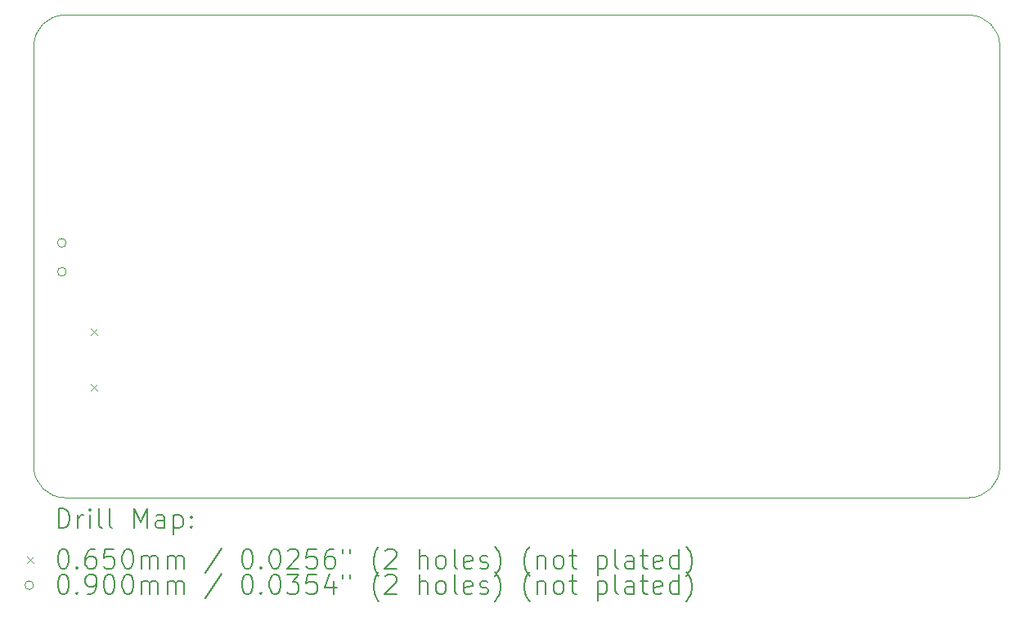
<source format=gbr>
%TF.GenerationSoftware,KiCad,Pcbnew,8.0.6*%
%TF.CreationDate,2026-01-15T10:53:32-08:00*%
%TF.ProjectId,USBPD_Board,55534250-445f-4426-9f61-72642e6b6963,A*%
%TF.SameCoordinates,Original*%
%TF.FileFunction,Drillmap*%
%TF.FilePolarity,Positive*%
%FSLAX45Y45*%
G04 Gerber Fmt 4.5, Leading zero omitted, Abs format (unit mm)*
G04 Created by KiCad (PCBNEW 8.0.6) date 2026-01-15 10:53:32*
%MOMM*%
%LPD*%
G01*
G04 APERTURE LIST*
%ADD10C,0.050000*%
%ADD11C,0.200000*%
%ADD12C,0.100000*%
G04 APERTURE END LIST*
D10*
X20000000Y-7320000D02*
X20000000Y-11680000D01*
X10000000Y-7320000D02*
X10000000Y-11680000D01*
X19680000Y-7000000D02*
X10320000Y-7000000D01*
X19680000Y-7000000D02*
G75*
G02*
X20000000Y-7320000I-10J-320010D01*
G01*
X20000000Y-11680000D02*
G75*
G02*
X19680000Y-12000000I-320000J0D01*
G01*
X10000000Y-7320000D02*
G75*
G02*
X10320000Y-7000000I320000J0D01*
G01*
X10320000Y-12000000D02*
G75*
G02*
X10000000Y-11680000I0J320000D01*
G01*
X10320000Y-12000000D02*
X19680000Y-12000000D01*
D11*
D12*
X10592500Y-10249500D02*
X10657500Y-10314500D01*
X10657500Y-10249500D02*
X10592500Y-10314500D01*
X10592500Y-10827500D02*
X10657500Y-10892500D01*
X10657500Y-10827500D02*
X10592500Y-10892500D01*
X10335000Y-9360000D02*
G75*
G02*
X10245000Y-9360000I-45000J0D01*
G01*
X10245000Y-9360000D02*
G75*
G02*
X10335000Y-9360000I45000J0D01*
G01*
X10335000Y-9660000D02*
G75*
G02*
X10245000Y-9660000I-45000J0D01*
G01*
X10245000Y-9660000D02*
G75*
G02*
X10335000Y-9660000I45000J0D01*
G01*
D11*
X10258277Y-12313984D02*
X10258277Y-12113984D01*
X10258277Y-12113984D02*
X10305896Y-12113984D01*
X10305896Y-12113984D02*
X10334467Y-12123508D01*
X10334467Y-12123508D02*
X10353515Y-12142555D01*
X10353515Y-12142555D02*
X10363039Y-12161603D01*
X10363039Y-12161603D02*
X10372563Y-12199698D01*
X10372563Y-12199698D02*
X10372563Y-12228269D01*
X10372563Y-12228269D02*
X10363039Y-12266365D01*
X10363039Y-12266365D02*
X10353515Y-12285412D01*
X10353515Y-12285412D02*
X10334467Y-12304460D01*
X10334467Y-12304460D02*
X10305896Y-12313984D01*
X10305896Y-12313984D02*
X10258277Y-12313984D01*
X10458277Y-12313984D02*
X10458277Y-12180650D01*
X10458277Y-12218746D02*
X10467801Y-12199698D01*
X10467801Y-12199698D02*
X10477324Y-12190174D01*
X10477324Y-12190174D02*
X10496372Y-12180650D01*
X10496372Y-12180650D02*
X10515420Y-12180650D01*
X10582086Y-12313984D02*
X10582086Y-12180650D01*
X10582086Y-12113984D02*
X10572563Y-12123508D01*
X10572563Y-12123508D02*
X10582086Y-12133031D01*
X10582086Y-12133031D02*
X10591610Y-12123508D01*
X10591610Y-12123508D02*
X10582086Y-12113984D01*
X10582086Y-12113984D02*
X10582086Y-12133031D01*
X10705896Y-12313984D02*
X10686848Y-12304460D01*
X10686848Y-12304460D02*
X10677324Y-12285412D01*
X10677324Y-12285412D02*
X10677324Y-12113984D01*
X10810658Y-12313984D02*
X10791610Y-12304460D01*
X10791610Y-12304460D02*
X10782086Y-12285412D01*
X10782086Y-12285412D02*
X10782086Y-12113984D01*
X11039229Y-12313984D02*
X11039229Y-12113984D01*
X11039229Y-12113984D02*
X11105896Y-12256841D01*
X11105896Y-12256841D02*
X11172563Y-12113984D01*
X11172563Y-12113984D02*
X11172563Y-12313984D01*
X11353515Y-12313984D02*
X11353515Y-12209222D01*
X11353515Y-12209222D02*
X11343991Y-12190174D01*
X11343991Y-12190174D02*
X11324943Y-12180650D01*
X11324943Y-12180650D02*
X11286848Y-12180650D01*
X11286848Y-12180650D02*
X11267801Y-12190174D01*
X11353515Y-12304460D02*
X11334467Y-12313984D01*
X11334467Y-12313984D02*
X11286848Y-12313984D01*
X11286848Y-12313984D02*
X11267801Y-12304460D01*
X11267801Y-12304460D02*
X11258277Y-12285412D01*
X11258277Y-12285412D02*
X11258277Y-12266365D01*
X11258277Y-12266365D02*
X11267801Y-12247317D01*
X11267801Y-12247317D02*
X11286848Y-12237793D01*
X11286848Y-12237793D02*
X11334467Y-12237793D01*
X11334467Y-12237793D02*
X11353515Y-12228269D01*
X11448753Y-12180650D02*
X11448753Y-12380650D01*
X11448753Y-12190174D02*
X11467801Y-12180650D01*
X11467801Y-12180650D02*
X11505896Y-12180650D01*
X11505896Y-12180650D02*
X11524943Y-12190174D01*
X11524943Y-12190174D02*
X11534467Y-12199698D01*
X11534467Y-12199698D02*
X11543991Y-12218746D01*
X11543991Y-12218746D02*
X11543991Y-12275888D01*
X11543991Y-12275888D02*
X11534467Y-12294936D01*
X11534467Y-12294936D02*
X11524943Y-12304460D01*
X11524943Y-12304460D02*
X11505896Y-12313984D01*
X11505896Y-12313984D02*
X11467801Y-12313984D01*
X11467801Y-12313984D02*
X11448753Y-12304460D01*
X11629705Y-12294936D02*
X11639229Y-12304460D01*
X11639229Y-12304460D02*
X11629705Y-12313984D01*
X11629705Y-12313984D02*
X11620182Y-12304460D01*
X11620182Y-12304460D02*
X11629705Y-12294936D01*
X11629705Y-12294936D02*
X11629705Y-12313984D01*
X11629705Y-12190174D02*
X11639229Y-12199698D01*
X11639229Y-12199698D02*
X11629705Y-12209222D01*
X11629705Y-12209222D02*
X11620182Y-12199698D01*
X11620182Y-12199698D02*
X11629705Y-12190174D01*
X11629705Y-12190174D02*
X11629705Y-12209222D01*
D12*
X9932500Y-12610000D02*
X9997500Y-12675000D01*
X9997500Y-12610000D02*
X9932500Y-12675000D01*
D11*
X10296372Y-12533984D02*
X10315420Y-12533984D01*
X10315420Y-12533984D02*
X10334467Y-12543508D01*
X10334467Y-12543508D02*
X10343991Y-12553031D01*
X10343991Y-12553031D02*
X10353515Y-12572079D01*
X10353515Y-12572079D02*
X10363039Y-12610174D01*
X10363039Y-12610174D02*
X10363039Y-12657793D01*
X10363039Y-12657793D02*
X10353515Y-12695888D01*
X10353515Y-12695888D02*
X10343991Y-12714936D01*
X10343991Y-12714936D02*
X10334467Y-12724460D01*
X10334467Y-12724460D02*
X10315420Y-12733984D01*
X10315420Y-12733984D02*
X10296372Y-12733984D01*
X10296372Y-12733984D02*
X10277324Y-12724460D01*
X10277324Y-12724460D02*
X10267801Y-12714936D01*
X10267801Y-12714936D02*
X10258277Y-12695888D01*
X10258277Y-12695888D02*
X10248753Y-12657793D01*
X10248753Y-12657793D02*
X10248753Y-12610174D01*
X10248753Y-12610174D02*
X10258277Y-12572079D01*
X10258277Y-12572079D02*
X10267801Y-12553031D01*
X10267801Y-12553031D02*
X10277324Y-12543508D01*
X10277324Y-12543508D02*
X10296372Y-12533984D01*
X10448753Y-12714936D02*
X10458277Y-12724460D01*
X10458277Y-12724460D02*
X10448753Y-12733984D01*
X10448753Y-12733984D02*
X10439229Y-12724460D01*
X10439229Y-12724460D02*
X10448753Y-12714936D01*
X10448753Y-12714936D02*
X10448753Y-12733984D01*
X10629705Y-12533984D02*
X10591610Y-12533984D01*
X10591610Y-12533984D02*
X10572563Y-12543508D01*
X10572563Y-12543508D02*
X10563039Y-12553031D01*
X10563039Y-12553031D02*
X10543991Y-12581603D01*
X10543991Y-12581603D02*
X10534467Y-12619698D01*
X10534467Y-12619698D02*
X10534467Y-12695888D01*
X10534467Y-12695888D02*
X10543991Y-12714936D01*
X10543991Y-12714936D02*
X10553515Y-12724460D01*
X10553515Y-12724460D02*
X10572563Y-12733984D01*
X10572563Y-12733984D02*
X10610658Y-12733984D01*
X10610658Y-12733984D02*
X10629705Y-12724460D01*
X10629705Y-12724460D02*
X10639229Y-12714936D01*
X10639229Y-12714936D02*
X10648753Y-12695888D01*
X10648753Y-12695888D02*
X10648753Y-12648269D01*
X10648753Y-12648269D02*
X10639229Y-12629222D01*
X10639229Y-12629222D02*
X10629705Y-12619698D01*
X10629705Y-12619698D02*
X10610658Y-12610174D01*
X10610658Y-12610174D02*
X10572563Y-12610174D01*
X10572563Y-12610174D02*
X10553515Y-12619698D01*
X10553515Y-12619698D02*
X10543991Y-12629222D01*
X10543991Y-12629222D02*
X10534467Y-12648269D01*
X10829705Y-12533984D02*
X10734467Y-12533984D01*
X10734467Y-12533984D02*
X10724944Y-12629222D01*
X10724944Y-12629222D02*
X10734467Y-12619698D01*
X10734467Y-12619698D02*
X10753515Y-12610174D01*
X10753515Y-12610174D02*
X10801134Y-12610174D01*
X10801134Y-12610174D02*
X10820182Y-12619698D01*
X10820182Y-12619698D02*
X10829705Y-12629222D01*
X10829705Y-12629222D02*
X10839229Y-12648269D01*
X10839229Y-12648269D02*
X10839229Y-12695888D01*
X10839229Y-12695888D02*
X10829705Y-12714936D01*
X10829705Y-12714936D02*
X10820182Y-12724460D01*
X10820182Y-12724460D02*
X10801134Y-12733984D01*
X10801134Y-12733984D02*
X10753515Y-12733984D01*
X10753515Y-12733984D02*
X10734467Y-12724460D01*
X10734467Y-12724460D02*
X10724944Y-12714936D01*
X10963039Y-12533984D02*
X10982086Y-12533984D01*
X10982086Y-12533984D02*
X11001134Y-12543508D01*
X11001134Y-12543508D02*
X11010658Y-12553031D01*
X11010658Y-12553031D02*
X11020182Y-12572079D01*
X11020182Y-12572079D02*
X11029705Y-12610174D01*
X11029705Y-12610174D02*
X11029705Y-12657793D01*
X11029705Y-12657793D02*
X11020182Y-12695888D01*
X11020182Y-12695888D02*
X11010658Y-12714936D01*
X11010658Y-12714936D02*
X11001134Y-12724460D01*
X11001134Y-12724460D02*
X10982086Y-12733984D01*
X10982086Y-12733984D02*
X10963039Y-12733984D01*
X10963039Y-12733984D02*
X10943991Y-12724460D01*
X10943991Y-12724460D02*
X10934467Y-12714936D01*
X10934467Y-12714936D02*
X10924944Y-12695888D01*
X10924944Y-12695888D02*
X10915420Y-12657793D01*
X10915420Y-12657793D02*
X10915420Y-12610174D01*
X10915420Y-12610174D02*
X10924944Y-12572079D01*
X10924944Y-12572079D02*
X10934467Y-12553031D01*
X10934467Y-12553031D02*
X10943991Y-12543508D01*
X10943991Y-12543508D02*
X10963039Y-12533984D01*
X11115420Y-12733984D02*
X11115420Y-12600650D01*
X11115420Y-12619698D02*
X11124944Y-12610174D01*
X11124944Y-12610174D02*
X11143991Y-12600650D01*
X11143991Y-12600650D02*
X11172563Y-12600650D01*
X11172563Y-12600650D02*
X11191610Y-12610174D01*
X11191610Y-12610174D02*
X11201134Y-12629222D01*
X11201134Y-12629222D02*
X11201134Y-12733984D01*
X11201134Y-12629222D02*
X11210658Y-12610174D01*
X11210658Y-12610174D02*
X11229705Y-12600650D01*
X11229705Y-12600650D02*
X11258277Y-12600650D01*
X11258277Y-12600650D02*
X11277324Y-12610174D01*
X11277324Y-12610174D02*
X11286848Y-12629222D01*
X11286848Y-12629222D02*
X11286848Y-12733984D01*
X11382086Y-12733984D02*
X11382086Y-12600650D01*
X11382086Y-12619698D02*
X11391610Y-12610174D01*
X11391610Y-12610174D02*
X11410658Y-12600650D01*
X11410658Y-12600650D02*
X11439229Y-12600650D01*
X11439229Y-12600650D02*
X11458277Y-12610174D01*
X11458277Y-12610174D02*
X11467801Y-12629222D01*
X11467801Y-12629222D02*
X11467801Y-12733984D01*
X11467801Y-12629222D02*
X11477324Y-12610174D01*
X11477324Y-12610174D02*
X11496372Y-12600650D01*
X11496372Y-12600650D02*
X11524943Y-12600650D01*
X11524943Y-12600650D02*
X11543991Y-12610174D01*
X11543991Y-12610174D02*
X11553515Y-12629222D01*
X11553515Y-12629222D02*
X11553515Y-12733984D01*
X11943991Y-12524460D02*
X11772563Y-12781603D01*
X12201134Y-12533984D02*
X12220182Y-12533984D01*
X12220182Y-12533984D02*
X12239229Y-12543508D01*
X12239229Y-12543508D02*
X12248753Y-12553031D01*
X12248753Y-12553031D02*
X12258277Y-12572079D01*
X12258277Y-12572079D02*
X12267801Y-12610174D01*
X12267801Y-12610174D02*
X12267801Y-12657793D01*
X12267801Y-12657793D02*
X12258277Y-12695888D01*
X12258277Y-12695888D02*
X12248753Y-12714936D01*
X12248753Y-12714936D02*
X12239229Y-12724460D01*
X12239229Y-12724460D02*
X12220182Y-12733984D01*
X12220182Y-12733984D02*
X12201134Y-12733984D01*
X12201134Y-12733984D02*
X12182086Y-12724460D01*
X12182086Y-12724460D02*
X12172563Y-12714936D01*
X12172563Y-12714936D02*
X12163039Y-12695888D01*
X12163039Y-12695888D02*
X12153515Y-12657793D01*
X12153515Y-12657793D02*
X12153515Y-12610174D01*
X12153515Y-12610174D02*
X12163039Y-12572079D01*
X12163039Y-12572079D02*
X12172563Y-12553031D01*
X12172563Y-12553031D02*
X12182086Y-12543508D01*
X12182086Y-12543508D02*
X12201134Y-12533984D01*
X12353515Y-12714936D02*
X12363039Y-12724460D01*
X12363039Y-12724460D02*
X12353515Y-12733984D01*
X12353515Y-12733984D02*
X12343991Y-12724460D01*
X12343991Y-12724460D02*
X12353515Y-12714936D01*
X12353515Y-12714936D02*
X12353515Y-12733984D01*
X12486848Y-12533984D02*
X12505896Y-12533984D01*
X12505896Y-12533984D02*
X12524944Y-12543508D01*
X12524944Y-12543508D02*
X12534467Y-12553031D01*
X12534467Y-12553031D02*
X12543991Y-12572079D01*
X12543991Y-12572079D02*
X12553515Y-12610174D01*
X12553515Y-12610174D02*
X12553515Y-12657793D01*
X12553515Y-12657793D02*
X12543991Y-12695888D01*
X12543991Y-12695888D02*
X12534467Y-12714936D01*
X12534467Y-12714936D02*
X12524944Y-12724460D01*
X12524944Y-12724460D02*
X12505896Y-12733984D01*
X12505896Y-12733984D02*
X12486848Y-12733984D01*
X12486848Y-12733984D02*
X12467801Y-12724460D01*
X12467801Y-12724460D02*
X12458277Y-12714936D01*
X12458277Y-12714936D02*
X12448753Y-12695888D01*
X12448753Y-12695888D02*
X12439229Y-12657793D01*
X12439229Y-12657793D02*
X12439229Y-12610174D01*
X12439229Y-12610174D02*
X12448753Y-12572079D01*
X12448753Y-12572079D02*
X12458277Y-12553031D01*
X12458277Y-12553031D02*
X12467801Y-12543508D01*
X12467801Y-12543508D02*
X12486848Y-12533984D01*
X12629706Y-12553031D02*
X12639229Y-12543508D01*
X12639229Y-12543508D02*
X12658277Y-12533984D01*
X12658277Y-12533984D02*
X12705896Y-12533984D01*
X12705896Y-12533984D02*
X12724944Y-12543508D01*
X12724944Y-12543508D02*
X12734467Y-12553031D01*
X12734467Y-12553031D02*
X12743991Y-12572079D01*
X12743991Y-12572079D02*
X12743991Y-12591127D01*
X12743991Y-12591127D02*
X12734467Y-12619698D01*
X12734467Y-12619698D02*
X12620182Y-12733984D01*
X12620182Y-12733984D02*
X12743991Y-12733984D01*
X12924944Y-12533984D02*
X12829706Y-12533984D01*
X12829706Y-12533984D02*
X12820182Y-12629222D01*
X12820182Y-12629222D02*
X12829706Y-12619698D01*
X12829706Y-12619698D02*
X12848753Y-12610174D01*
X12848753Y-12610174D02*
X12896372Y-12610174D01*
X12896372Y-12610174D02*
X12915420Y-12619698D01*
X12915420Y-12619698D02*
X12924944Y-12629222D01*
X12924944Y-12629222D02*
X12934467Y-12648269D01*
X12934467Y-12648269D02*
X12934467Y-12695888D01*
X12934467Y-12695888D02*
X12924944Y-12714936D01*
X12924944Y-12714936D02*
X12915420Y-12724460D01*
X12915420Y-12724460D02*
X12896372Y-12733984D01*
X12896372Y-12733984D02*
X12848753Y-12733984D01*
X12848753Y-12733984D02*
X12829706Y-12724460D01*
X12829706Y-12724460D02*
X12820182Y-12714936D01*
X13105896Y-12533984D02*
X13067801Y-12533984D01*
X13067801Y-12533984D02*
X13048753Y-12543508D01*
X13048753Y-12543508D02*
X13039229Y-12553031D01*
X13039229Y-12553031D02*
X13020182Y-12581603D01*
X13020182Y-12581603D02*
X13010658Y-12619698D01*
X13010658Y-12619698D02*
X13010658Y-12695888D01*
X13010658Y-12695888D02*
X13020182Y-12714936D01*
X13020182Y-12714936D02*
X13029706Y-12724460D01*
X13029706Y-12724460D02*
X13048753Y-12733984D01*
X13048753Y-12733984D02*
X13086848Y-12733984D01*
X13086848Y-12733984D02*
X13105896Y-12724460D01*
X13105896Y-12724460D02*
X13115420Y-12714936D01*
X13115420Y-12714936D02*
X13124944Y-12695888D01*
X13124944Y-12695888D02*
X13124944Y-12648269D01*
X13124944Y-12648269D02*
X13115420Y-12629222D01*
X13115420Y-12629222D02*
X13105896Y-12619698D01*
X13105896Y-12619698D02*
X13086848Y-12610174D01*
X13086848Y-12610174D02*
X13048753Y-12610174D01*
X13048753Y-12610174D02*
X13029706Y-12619698D01*
X13029706Y-12619698D02*
X13020182Y-12629222D01*
X13020182Y-12629222D02*
X13010658Y-12648269D01*
X13201134Y-12533984D02*
X13201134Y-12572079D01*
X13277325Y-12533984D02*
X13277325Y-12572079D01*
X13572563Y-12810174D02*
X13563039Y-12800650D01*
X13563039Y-12800650D02*
X13543991Y-12772079D01*
X13543991Y-12772079D02*
X13534468Y-12753031D01*
X13534468Y-12753031D02*
X13524944Y-12724460D01*
X13524944Y-12724460D02*
X13515420Y-12676841D01*
X13515420Y-12676841D02*
X13515420Y-12638746D01*
X13515420Y-12638746D02*
X13524944Y-12591127D01*
X13524944Y-12591127D02*
X13534468Y-12562555D01*
X13534468Y-12562555D02*
X13543991Y-12543508D01*
X13543991Y-12543508D02*
X13563039Y-12514936D01*
X13563039Y-12514936D02*
X13572563Y-12505412D01*
X13639229Y-12553031D02*
X13648753Y-12543508D01*
X13648753Y-12543508D02*
X13667801Y-12533984D01*
X13667801Y-12533984D02*
X13715420Y-12533984D01*
X13715420Y-12533984D02*
X13734468Y-12543508D01*
X13734468Y-12543508D02*
X13743991Y-12553031D01*
X13743991Y-12553031D02*
X13753515Y-12572079D01*
X13753515Y-12572079D02*
X13753515Y-12591127D01*
X13753515Y-12591127D02*
X13743991Y-12619698D01*
X13743991Y-12619698D02*
X13629706Y-12733984D01*
X13629706Y-12733984D02*
X13753515Y-12733984D01*
X13991610Y-12733984D02*
X13991610Y-12533984D01*
X14077325Y-12733984D02*
X14077325Y-12629222D01*
X14077325Y-12629222D02*
X14067801Y-12610174D01*
X14067801Y-12610174D02*
X14048753Y-12600650D01*
X14048753Y-12600650D02*
X14020182Y-12600650D01*
X14020182Y-12600650D02*
X14001134Y-12610174D01*
X14001134Y-12610174D02*
X13991610Y-12619698D01*
X14201134Y-12733984D02*
X14182087Y-12724460D01*
X14182087Y-12724460D02*
X14172563Y-12714936D01*
X14172563Y-12714936D02*
X14163039Y-12695888D01*
X14163039Y-12695888D02*
X14163039Y-12638746D01*
X14163039Y-12638746D02*
X14172563Y-12619698D01*
X14172563Y-12619698D02*
X14182087Y-12610174D01*
X14182087Y-12610174D02*
X14201134Y-12600650D01*
X14201134Y-12600650D02*
X14229706Y-12600650D01*
X14229706Y-12600650D02*
X14248753Y-12610174D01*
X14248753Y-12610174D02*
X14258277Y-12619698D01*
X14258277Y-12619698D02*
X14267801Y-12638746D01*
X14267801Y-12638746D02*
X14267801Y-12695888D01*
X14267801Y-12695888D02*
X14258277Y-12714936D01*
X14258277Y-12714936D02*
X14248753Y-12724460D01*
X14248753Y-12724460D02*
X14229706Y-12733984D01*
X14229706Y-12733984D02*
X14201134Y-12733984D01*
X14382087Y-12733984D02*
X14363039Y-12724460D01*
X14363039Y-12724460D02*
X14353515Y-12705412D01*
X14353515Y-12705412D02*
X14353515Y-12533984D01*
X14534468Y-12724460D02*
X14515420Y-12733984D01*
X14515420Y-12733984D02*
X14477325Y-12733984D01*
X14477325Y-12733984D02*
X14458277Y-12724460D01*
X14458277Y-12724460D02*
X14448753Y-12705412D01*
X14448753Y-12705412D02*
X14448753Y-12629222D01*
X14448753Y-12629222D02*
X14458277Y-12610174D01*
X14458277Y-12610174D02*
X14477325Y-12600650D01*
X14477325Y-12600650D02*
X14515420Y-12600650D01*
X14515420Y-12600650D02*
X14534468Y-12610174D01*
X14534468Y-12610174D02*
X14543991Y-12629222D01*
X14543991Y-12629222D02*
X14543991Y-12648269D01*
X14543991Y-12648269D02*
X14448753Y-12667317D01*
X14620182Y-12724460D02*
X14639230Y-12733984D01*
X14639230Y-12733984D02*
X14677325Y-12733984D01*
X14677325Y-12733984D02*
X14696372Y-12724460D01*
X14696372Y-12724460D02*
X14705896Y-12705412D01*
X14705896Y-12705412D02*
X14705896Y-12695888D01*
X14705896Y-12695888D02*
X14696372Y-12676841D01*
X14696372Y-12676841D02*
X14677325Y-12667317D01*
X14677325Y-12667317D02*
X14648753Y-12667317D01*
X14648753Y-12667317D02*
X14629706Y-12657793D01*
X14629706Y-12657793D02*
X14620182Y-12638746D01*
X14620182Y-12638746D02*
X14620182Y-12629222D01*
X14620182Y-12629222D02*
X14629706Y-12610174D01*
X14629706Y-12610174D02*
X14648753Y-12600650D01*
X14648753Y-12600650D02*
X14677325Y-12600650D01*
X14677325Y-12600650D02*
X14696372Y-12610174D01*
X14772563Y-12810174D02*
X14782087Y-12800650D01*
X14782087Y-12800650D02*
X14801134Y-12772079D01*
X14801134Y-12772079D02*
X14810658Y-12753031D01*
X14810658Y-12753031D02*
X14820182Y-12724460D01*
X14820182Y-12724460D02*
X14829706Y-12676841D01*
X14829706Y-12676841D02*
X14829706Y-12638746D01*
X14829706Y-12638746D02*
X14820182Y-12591127D01*
X14820182Y-12591127D02*
X14810658Y-12562555D01*
X14810658Y-12562555D02*
X14801134Y-12543508D01*
X14801134Y-12543508D02*
X14782087Y-12514936D01*
X14782087Y-12514936D02*
X14772563Y-12505412D01*
X15134468Y-12810174D02*
X15124944Y-12800650D01*
X15124944Y-12800650D02*
X15105896Y-12772079D01*
X15105896Y-12772079D02*
X15096372Y-12753031D01*
X15096372Y-12753031D02*
X15086849Y-12724460D01*
X15086849Y-12724460D02*
X15077325Y-12676841D01*
X15077325Y-12676841D02*
X15077325Y-12638746D01*
X15077325Y-12638746D02*
X15086849Y-12591127D01*
X15086849Y-12591127D02*
X15096372Y-12562555D01*
X15096372Y-12562555D02*
X15105896Y-12543508D01*
X15105896Y-12543508D02*
X15124944Y-12514936D01*
X15124944Y-12514936D02*
X15134468Y-12505412D01*
X15210658Y-12600650D02*
X15210658Y-12733984D01*
X15210658Y-12619698D02*
X15220182Y-12610174D01*
X15220182Y-12610174D02*
X15239230Y-12600650D01*
X15239230Y-12600650D02*
X15267801Y-12600650D01*
X15267801Y-12600650D02*
X15286849Y-12610174D01*
X15286849Y-12610174D02*
X15296372Y-12629222D01*
X15296372Y-12629222D02*
X15296372Y-12733984D01*
X15420182Y-12733984D02*
X15401134Y-12724460D01*
X15401134Y-12724460D02*
X15391611Y-12714936D01*
X15391611Y-12714936D02*
X15382087Y-12695888D01*
X15382087Y-12695888D02*
X15382087Y-12638746D01*
X15382087Y-12638746D02*
X15391611Y-12619698D01*
X15391611Y-12619698D02*
X15401134Y-12610174D01*
X15401134Y-12610174D02*
X15420182Y-12600650D01*
X15420182Y-12600650D02*
X15448753Y-12600650D01*
X15448753Y-12600650D02*
X15467801Y-12610174D01*
X15467801Y-12610174D02*
X15477325Y-12619698D01*
X15477325Y-12619698D02*
X15486849Y-12638746D01*
X15486849Y-12638746D02*
X15486849Y-12695888D01*
X15486849Y-12695888D02*
X15477325Y-12714936D01*
X15477325Y-12714936D02*
X15467801Y-12724460D01*
X15467801Y-12724460D02*
X15448753Y-12733984D01*
X15448753Y-12733984D02*
X15420182Y-12733984D01*
X15543992Y-12600650D02*
X15620182Y-12600650D01*
X15572563Y-12533984D02*
X15572563Y-12705412D01*
X15572563Y-12705412D02*
X15582087Y-12724460D01*
X15582087Y-12724460D02*
X15601134Y-12733984D01*
X15601134Y-12733984D02*
X15620182Y-12733984D01*
X15839230Y-12600650D02*
X15839230Y-12800650D01*
X15839230Y-12610174D02*
X15858277Y-12600650D01*
X15858277Y-12600650D02*
X15896373Y-12600650D01*
X15896373Y-12600650D02*
X15915420Y-12610174D01*
X15915420Y-12610174D02*
X15924944Y-12619698D01*
X15924944Y-12619698D02*
X15934468Y-12638746D01*
X15934468Y-12638746D02*
X15934468Y-12695888D01*
X15934468Y-12695888D02*
X15924944Y-12714936D01*
X15924944Y-12714936D02*
X15915420Y-12724460D01*
X15915420Y-12724460D02*
X15896373Y-12733984D01*
X15896373Y-12733984D02*
X15858277Y-12733984D01*
X15858277Y-12733984D02*
X15839230Y-12724460D01*
X16048753Y-12733984D02*
X16029706Y-12724460D01*
X16029706Y-12724460D02*
X16020182Y-12705412D01*
X16020182Y-12705412D02*
X16020182Y-12533984D01*
X16210658Y-12733984D02*
X16210658Y-12629222D01*
X16210658Y-12629222D02*
X16201134Y-12610174D01*
X16201134Y-12610174D02*
X16182087Y-12600650D01*
X16182087Y-12600650D02*
X16143992Y-12600650D01*
X16143992Y-12600650D02*
X16124944Y-12610174D01*
X16210658Y-12724460D02*
X16191611Y-12733984D01*
X16191611Y-12733984D02*
X16143992Y-12733984D01*
X16143992Y-12733984D02*
X16124944Y-12724460D01*
X16124944Y-12724460D02*
X16115420Y-12705412D01*
X16115420Y-12705412D02*
X16115420Y-12686365D01*
X16115420Y-12686365D02*
X16124944Y-12667317D01*
X16124944Y-12667317D02*
X16143992Y-12657793D01*
X16143992Y-12657793D02*
X16191611Y-12657793D01*
X16191611Y-12657793D02*
X16210658Y-12648269D01*
X16277325Y-12600650D02*
X16353515Y-12600650D01*
X16305896Y-12533984D02*
X16305896Y-12705412D01*
X16305896Y-12705412D02*
X16315420Y-12724460D01*
X16315420Y-12724460D02*
X16334468Y-12733984D01*
X16334468Y-12733984D02*
X16353515Y-12733984D01*
X16496373Y-12724460D02*
X16477325Y-12733984D01*
X16477325Y-12733984D02*
X16439230Y-12733984D01*
X16439230Y-12733984D02*
X16420182Y-12724460D01*
X16420182Y-12724460D02*
X16410658Y-12705412D01*
X16410658Y-12705412D02*
X16410658Y-12629222D01*
X16410658Y-12629222D02*
X16420182Y-12610174D01*
X16420182Y-12610174D02*
X16439230Y-12600650D01*
X16439230Y-12600650D02*
X16477325Y-12600650D01*
X16477325Y-12600650D02*
X16496373Y-12610174D01*
X16496373Y-12610174D02*
X16505896Y-12629222D01*
X16505896Y-12629222D02*
X16505896Y-12648269D01*
X16505896Y-12648269D02*
X16410658Y-12667317D01*
X16677325Y-12733984D02*
X16677325Y-12533984D01*
X16677325Y-12724460D02*
X16658277Y-12733984D01*
X16658277Y-12733984D02*
X16620182Y-12733984D01*
X16620182Y-12733984D02*
X16601134Y-12724460D01*
X16601134Y-12724460D02*
X16591611Y-12714936D01*
X16591611Y-12714936D02*
X16582087Y-12695888D01*
X16582087Y-12695888D02*
X16582087Y-12638746D01*
X16582087Y-12638746D02*
X16591611Y-12619698D01*
X16591611Y-12619698D02*
X16601134Y-12610174D01*
X16601134Y-12610174D02*
X16620182Y-12600650D01*
X16620182Y-12600650D02*
X16658277Y-12600650D01*
X16658277Y-12600650D02*
X16677325Y-12610174D01*
X16753515Y-12810174D02*
X16763039Y-12800650D01*
X16763039Y-12800650D02*
X16782087Y-12772079D01*
X16782087Y-12772079D02*
X16791611Y-12753031D01*
X16791611Y-12753031D02*
X16801135Y-12724460D01*
X16801135Y-12724460D02*
X16810658Y-12676841D01*
X16810658Y-12676841D02*
X16810658Y-12638746D01*
X16810658Y-12638746D02*
X16801135Y-12591127D01*
X16801135Y-12591127D02*
X16791611Y-12562555D01*
X16791611Y-12562555D02*
X16782087Y-12543508D01*
X16782087Y-12543508D02*
X16763039Y-12514936D01*
X16763039Y-12514936D02*
X16753515Y-12505412D01*
D12*
X9997500Y-12906500D02*
G75*
G02*
X9907500Y-12906500I-45000J0D01*
G01*
X9907500Y-12906500D02*
G75*
G02*
X9997500Y-12906500I45000J0D01*
G01*
D11*
X10296372Y-12797984D02*
X10315420Y-12797984D01*
X10315420Y-12797984D02*
X10334467Y-12807508D01*
X10334467Y-12807508D02*
X10343991Y-12817031D01*
X10343991Y-12817031D02*
X10353515Y-12836079D01*
X10353515Y-12836079D02*
X10363039Y-12874174D01*
X10363039Y-12874174D02*
X10363039Y-12921793D01*
X10363039Y-12921793D02*
X10353515Y-12959888D01*
X10353515Y-12959888D02*
X10343991Y-12978936D01*
X10343991Y-12978936D02*
X10334467Y-12988460D01*
X10334467Y-12988460D02*
X10315420Y-12997984D01*
X10315420Y-12997984D02*
X10296372Y-12997984D01*
X10296372Y-12997984D02*
X10277324Y-12988460D01*
X10277324Y-12988460D02*
X10267801Y-12978936D01*
X10267801Y-12978936D02*
X10258277Y-12959888D01*
X10258277Y-12959888D02*
X10248753Y-12921793D01*
X10248753Y-12921793D02*
X10248753Y-12874174D01*
X10248753Y-12874174D02*
X10258277Y-12836079D01*
X10258277Y-12836079D02*
X10267801Y-12817031D01*
X10267801Y-12817031D02*
X10277324Y-12807508D01*
X10277324Y-12807508D02*
X10296372Y-12797984D01*
X10448753Y-12978936D02*
X10458277Y-12988460D01*
X10458277Y-12988460D02*
X10448753Y-12997984D01*
X10448753Y-12997984D02*
X10439229Y-12988460D01*
X10439229Y-12988460D02*
X10448753Y-12978936D01*
X10448753Y-12978936D02*
X10448753Y-12997984D01*
X10553515Y-12997984D02*
X10591610Y-12997984D01*
X10591610Y-12997984D02*
X10610658Y-12988460D01*
X10610658Y-12988460D02*
X10620182Y-12978936D01*
X10620182Y-12978936D02*
X10639229Y-12950365D01*
X10639229Y-12950365D02*
X10648753Y-12912269D01*
X10648753Y-12912269D02*
X10648753Y-12836079D01*
X10648753Y-12836079D02*
X10639229Y-12817031D01*
X10639229Y-12817031D02*
X10629705Y-12807508D01*
X10629705Y-12807508D02*
X10610658Y-12797984D01*
X10610658Y-12797984D02*
X10572563Y-12797984D01*
X10572563Y-12797984D02*
X10553515Y-12807508D01*
X10553515Y-12807508D02*
X10543991Y-12817031D01*
X10543991Y-12817031D02*
X10534467Y-12836079D01*
X10534467Y-12836079D02*
X10534467Y-12883698D01*
X10534467Y-12883698D02*
X10543991Y-12902746D01*
X10543991Y-12902746D02*
X10553515Y-12912269D01*
X10553515Y-12912269D02*
X10572563Y-12921793D01*
X10572563Y-12921793D02*
X10610658Y-12921793D01*
X10610658Y-12921793D02*
X10629705Y-12912269D01*
X10629705Y-12912269D02*
X10639229Y-12902746D01*
X10639229Y-12902746D02*
X10648753Y-12883698D01*
X10772563Y-12797984D02*
X10791610Y-12797984D01*
X10791610Y-12797984D02*
X10810658Y-12807508D01*
X10810658Y-12807508D02*
X10820182Y-12817031D01*
X10820182Y-12817031D02*
X10829705Y-12836079D01*
X10829705Y-12836079D02*
X10839229Y-12874174D01*
X10839229Y-12874174D02*
X10839229Y-12921793D01*
X10839229Y-12921793D02*
X10829705Y-12959888D01*
X10829705Y-12959888D02*
X10820182Y-12978936D01*
X10820182Y-12978936D02*
X10810658Y-12988460D01*
X10810658Y-12988460D02*
X10791610Y-12997984D01*
X10791610Y-12997984D02*
X10772563Y-12997984D01*
X10772563Y-12997984D02*
X10753515Y-12988460D01*
X10753515Y-12988460D02*
X10743991Y-12978936D01*
X10743991Y-12978936D02*
X10734467Y-12959888D01*
X10734467Y-12959888D02*
X10724944Y-12921793D01*
X10724944Y-12921793D02*
X10724944Y-12874174D01*
X10724944Y-12874174D02*
X10734467Y-12836079D01*
X10734467Y-12836079D02*
X10743991Y-12817031D01*
X10743991Y-12817031D02*
X10753515Y-12807508D01*
X10753515Y-12807508D02*
X10772563Y-12797984D01*
X10963039Y-12797984D02*
X10982086Y-12797984D01*
X10982086Y-12797984D02*
X11001134Y-12807508D01*
X11001134Y-12807508D02*
X11010658Y-12817031D01*
X11010658Y-12817031D02*
X11020182Y-12836079D01*
X11020182Y-12836079D02*
X11029705Y-12874174D01*
X11029705Y-12874174D02*
X11029705Y-12921793D01*
X11029705Y-12921793D02*
X11020182Y-12959888D01*
X11020182Y-12959888D02*
X11010658Y-12978936D01*
X11010658Y-12978936D02*
X11001134Y-12988460D01*
X11001134Y-12988460D02*
X10982086Y-12997984D01*
X10982086Y-12997984D02*
X10963039Y-12997984D01*
X10963039Y-12997984D02*
X10943991Y-12988460D01*
X10943991Y-12988460D02*
X10934467Y-12978936D01*
X10934467Y-12978936D02*
X10924944Y-12959888D01*
X10924944Y-12959888D02*
X10915420Y-12921793D01*
X10915420Y-12921793D02*
X10915420Y-12874174D01*
X10915420Y-12874174D02*
X10924944Y-12836079D01*
X10924944Y-12836079D02*
X10934467Y-12817031D01*
X10934467Y-12817031D02*
X10943991Y-12807508D01*
X10943991Y-12807508D02*
X10963039Y-12797984D01*
X11115420Y-12997984D02*
X11115420Y-12864650D01*
X11115420Y-12883698D02*
X11124944Y-12874174D01*
X11124944Y-12874174D02*
X11143991Y-12864650D01*
X11143991Y-12864650D02*
X11172563Y-12864650D01*
X11172563Y-12864650D02*
X11191610Y-12874174D01*
X11191610Y-12874174D02*
X11201134Y-12893222D01*
X11201134Y-12893222D02*
X11201134Y-12997984D01*
X11201134Y-12893222D02*
X11210658Y-12874174D01*
X11210658Y-12874174D02*
X11229705Y-12864650D01*
X11229705Y-12864650D02*
X11258277Y-12864650D01*
X11258277Y-12864650D02*
X11277324Y-12874174D01*
X11277324Y-12874174D02*
X11286848Y-12893222D01*
X11286848Y-12893222D02*
X11286848Y-12997984D01*
X11382086Y-12997984D02*
X11382086Y-12864650D01*
X11382086Y-12883698D02*
X11391610Y-12874174D01*
X11391610Y-12874174D02*
X11410658Y-12864650D01*
X11410658Y-12864650D02*
X11439229Y-12864650D01*
X11439229Y-12864650D02*
X11458277Y-12874174D01*
X11458277Y-12874174D02*
X11467801Y-12893222D01*
X11467801Y-12893222D02*
X11467801Y-12997984D01*
X11467801Y-12893222D02*
X11477324Y-12874174D01*
X11477324Y-12874174D02*
X11496372Y-12864650D01*
X11496372Y-12864650D02*
X11524943Y-12864650D01*
X11524943Y-12864650D02*
X11543991Y-12874174D01*
X11543991Y-12874174D02*
X11553515Y-12893222D01*
X11553515Y-12893222D02*
X11553515Y-12997984D01*
X11943991Y-12788460D02*
X11772563Y-13045603D01*
X12201134Y-12797984D02*
X12220182Y-12797984D01*
X12220182Y-12797984D02*
X12239229Y-12807508D01*
X12239229Y-12807508D02*
X12248753Y-12817031D01*
X12248753Y-12817031D02*
X12258277Y-12836079D01*
X12258277Y-12836079D02*
X12267801Y-12874174D01*
X12267801Y-12874174D02*
X12267801Y-12921793D01*
X12267801Y-12921793D02*
X12258277Y-12959888D01*
X12258277Y-12959888D02*
X12248753Y-12978936D01*
X12248753Y-12978936D02*
X12239229Y-12988460D01*
X12239229Y-12988460D02*
X12220182Y-12997984D01*
X12220182Y-12997984D02*
X12201134Y-12997984D01*
X12201134Y-12997984D02*
X12182086Y-12988460D01*
X12182086Y-12988460D02*
X12172563Y-12978936D01*
X12172563Y-12978936D02*
X12163039Y-12959888D01*
X12163039Y-12959888D02*
X12153515Y-12921793D01*
X12153515Y-12921793D02*
X12153515Y-12874174D01*
X12153515Y-12874174D02*
X12163039Y-12836079D01*
X12163039Y-12836079D02*
X12172563Y-12817031D01*
X12172563Y-12817031D02*
X12182086Y-12807508D01*
X12182086Y-12807508D02*
X12201134Y-12797984D01*
X12353515Y-12978936D02*
X12363039Y-12988460D01*
X12363039Y-12988460D02*
X12353515Y-12997984D01*
X12353515Y-12997984D02*
X12343991Y-12988460D01*
X12343991Y-12988460D02*
X12353515Y-12978936D01*
X12353515Y-12978936D02*
X12353515Y-12997984D01*
X12486848Y-12797984D02*
X12505896Y-12797984D01*
X12505896Y-12797984D02*
X12524944Y-12807508D01*
X12524944Y-12807508D02*
X12534467Y-12817031D01*
X12534467Y-12817031D02*
X12543991Y-12836079D01*
X12543991Y-12836079D02*
X12553515Y-12874174D01*
X12553515Y-12874174D02*
X12553515Y-12921793D01*
X12553515Y-12921793D02*
X12543991Y-12959888D01*
X12543991Y-12959888D02*
X12534467Y-12978936D01*
X12534467Y-12978936D02*
X12524944Y-12988460D01*
X12524944Y-12988460D02*
X12505896Y-12997984D01*
X12505896Y-12997984D02*
X12486848Y-12997984D01*
X12486848Y-12997984D02*
X12467801Y-12988460D01*
X12467801Y-12988460D02*
X12458277Y-12978936D01*
X12458277Y-12978936D02*
X12448753Y-12959888D01*
X12448753Y-12959888D02*
X12439229Y-12921793D01*
X12439229Y-12921793D02*
X12439229Y-12874174D01*
X12439229Y-12874174D02*
X12448753Y-12836079D01*
X12448753Y-12836079D02*
X12458277Y-12817031D01*
X12458277Y-12817031D02*
X12467801Y-12807508D01*
X12467801Y-12807508D02*
X12486848Y-12797984D01*
X12620182Y-12797984D02*
X12743991Y-12797984D01*
X12743991Y-12797984D02*
X12677325Y-12874174D01*
X12677325Y-12874174D02*
X12705896Y-12874174D01*
X12705896Y-12874174D02*
X12724944Y-12883698D01*
X12724944Y-12883698D02*
X12734467Y-12893222D01*
X12734467Y-12893222D02*
X12743991Y-12912269D01*
X12743991Y-12912269D02*
X12743991Y-12959888D01*
X12743991Y-12959888D02*
X12734467Y-12978936D01*
X12734467Y-12978936D02*
X12724944Y-12988460D01*
X12724944Y-12988460D02*
X12705896Y-12997984D01*
X12705896Y-12997984D02*
X12648753Y-12997984D01*
X12648753Y-12997984D02*
X12629706Y-12988460D01*
X12629706Y-12988460D02*
X12620182Y-12978936D01*
X12924944Y-12797984D02*
X12829706Y-12797984D01*
X12829706Y-12797984D02*
X12820182Y-12893222D01*
X12820182Y-12893222D02*
X12829706Y-12883698D01*
X12829706Y-12883698D02*
X12848753Y-12874174D01*
X12848753Y-12874174D02*
X12896372Y-12874174D01*
X12896372Y-12874174D02*
X12915420Y-12883698D01*
X12915420Y-12883698D02*
X12924944Y-12893222D01*
X12924944Y-12893222D02*
X12934467Y-12912269D01*
X12934467Y-12912269D02*
X12934467Y-12959888D01*
X12934467Y-12959888D02*
X12924944Y-12978936D01*
X12924944Y-12978936D02*
X12915420Y-12988460D01*
X12915420Y-12988460D02*
X12896372Y-12997984D01*
X12896372Y-12997984D02*
X12848753Y-12997984D01*
X12848753Y-12997984D02*
X12829706Y-12988460D01*
X12829706Y-12988460D02*
X12820182Y-12978936D01*
X13105896Y-12864650D02*
X13105896Y-12997984D01*
X13058277Y-12788460D02*
X13010658Y-12931317D01*
X13010658Y-12931317D02*
X13134467Y-12931317D01*
X13201134Y-12797984D02*
X13201134Y-12836079D01*
X13277325Y-12797984D02*
X13277325Y-12836079D01*
X13572563Y-13074174D02*
X13563039Y-13064650D01*
X13563039Y-13064650D02*
X13543991Y-13036079D01*
X13543991Y-13036079D02*
X13534468Y-13017031D01*
X13534468Y-13017031D02*
X13524944Y-12988460D01*
X13524944Y-12988460D02*
X13515420Y-12940841D01*
X13515420Y-12940841D02*
X13515420Y-12902746D01*
X13515420Y-12902746D02*
X13524944Y-12855127D01*
X13524944Y-12855127D02*
X13534468Y-12826555D01*
X13534468Y-12826555D02*
X13543991Y-12807508D01*
X13543991Y-12807508D02*
X13563039Y-12778936D01*
X13563039Y-12778936D02*
X13572563Y-12769412D01*
X13639229Y-12817031D02*
X13648753Y-12807508D01*
X13648753Y-12807508D02*
X13667801Y-12797984D01*
X13667801Y-12797984D02*
X13715420Y-12797984D01*
X13715420Y-12797984D02*
X13734468Y-12807508D01*
X13734468Y-12807508D02*
X13743991Y-12817031D01*
X13743991Y-12817031D02*
X13753515Y-12836079D01*
X13753515Y-12836079D02*
X13753515Y-12855127D01*
X13753515Y-12855127D02*
X13743991Y-12883698D01*
X13743991Y-12883698D02*
X13629706Y-12997984D01*
X13629706Y-12997984D02*
X13753515Y-12997984D01*
X13991610Y-12997984D02*
X13991610Y-12797984D01*
X14077325Y-12997984D02*
X14077325Y-12893222D01*
X14077325Y-12893222D02*
X14067801Y-12874174D01*
X14067801Y-12874174D02*
X14048753Y-12864650D01*
X14048753Y-12864650D02*
X14020182Y-12864650D01*
X14020182Y-12864650D02*
X14001134Y-12874174D01*
X14001134Y-12874174D02*
X13991610Y-12883698D01*
X14201134Y-12997984D02*
X14182087Y-12988460D01*
X14182087Y-12988460D02*
X14172563Y-12978936D01*
X14172563Y-12978936D02*
X14163039Y-12959888D01*
X14163039Y-12959888D02*
X14163039Y-12902746D01*
X14163039Y-12902746D02*
X14172563Y-12883698D01*
X14172563Y-12883698D02*
X14182087Y-12874174D01*
X14182087Y-12874174D02*
X14201134Y-12864650D01*
X14201134Y-12864650D02*
X14229706Y-12864650D01*
X14229706Y-12864650D02*
X14248753Y-12874174D01*
X14248753Y-12874174D02*
X14258277Y-12883698D01*
X14258277Y-12883698D02*
X14267801Y-12902746D01*
X14267801Y-12902746D02*
X14267801Y-12959888D01*
X14267801Y-12959888D02*
X14258277Y-12978936D01*
X14258277Y-12978936D02*
X14248753Y-12988460D01*
X14248753Y-12988460D02*
X14229706Y-12997984D01*
X14229706Y-12997984D02*
X14201134Y-12997984D01*
X14382087Y-12997984D02*
X14363039Y-12988460D01*
X14363039Y-12988460D02*
X14353515Y-12969412D01*
X14353515Y-12969412D02*
X14353515Y-12797984D01*
X14534468Y-12988460D02*
X14515420Y-12997984D01*
X14515420Y-12997984D02*
X14477325Y-12997984D01*
X14477325Y-12997984D02*
X14458277Y-12988460D01*
X14458277Y-12988460D02*
X14448753Y-12969412D01*
X14448753Y-12969412D02*
X14448753Y-12893222D01*
X14448753Y-12893222D02*
X14458277Y-12874174D01*
X14458277Y-12874174D02*
X14477325Y-12864650D01*
X14477325Y-12864650D02*
X14515420Y-12864650D01*
X14515420Y-12864650D02*
X14534468Y-12874174D01*
X14534468Y-12874174D02*
X14543991Y-12893222D01*
X14543991Y-12893222D02*
X14543991Y-12912269D01*
X14543991Y-12912269D02*
X14448753Y-12931317D01*
X14620182Y-12988460D02*
X14639230Y-12997984D01*
X14639230Y-12997984D02*
X14677325Y-12997984D01*
X14677325Y-12997984D02*
X14696372Y-12988460D01*
X14696372Y-12988460D02*
X14705896Y-12969412D01*
X14705896Y-12969412D02*
X14705896Y-12959888D01*
X14705896Y-12959888D02*
X14696372Y-12940841D01*
X14696372Y-12940841D02*
X14677325Y-12931317D01*
X14677325Y-12931317D02*
X14648753Y-12931317D01*
X14648753Y-12931317D02*
X14629706Y-12921793D01*
X14629706Y-12921793D02*
X14620182Y-12902746D01*
X14620182Y-12902746D02*
X14620182Y-12893222D01*
X14620182Y-12893222D02*
X14629706Y-12874174D01*
X14629706Y-12874174D02*
X14648753Y-12864650D01*
X14648753Y-12864650D02*
X14677325Y-12864650D01*
X14677325Y-12864650D02*
X14696372Y-12874174D01*
X14772563Y-13074174D02*
X14782087Y-13064650D01*
X14782087Y-13064650D02*
X14801134Y-13036079D01*
X14801134Y-13036079D02*
X14810658Y-13017031D01*
X14810658Y-13017031D02*
X14820182Y-12988460D01*
X14820182Y-12988460D02*
X14829706Y-12940841D01*
X14829706Y-12940841D02*
X14829706Y-12902746D01*
X14829706Y-12902746D02*
X14820182Y-12855127D01*
X14820182Y-12855127D02*
X14810658Y-12826555D01*
X14810658Y-12826555D02*
X14801134Y-12807508D01*
X14801134Y-12807508D02*
X14782087Y-12778936D01*
X14782087Y-12778936D02*
X14772563Y-12769412D01*
X15134468Y-13074174D02*
X15124944Y-13064650D01*
X15124944Y-13064650D02*
X15105896Y-13036079D01*
X15105896Y-13036079D02*
X15096372Y-13017031D01*
X15096372Y-13017031D02*
X15086849Y-12988460D01*
X15086849Y-12988460D02*
X15077325Y-12940841D01*
X15077325Y-12940841D02*
X15077325Y-12902746D01*
X15077325Y-12902746D02*
X15086849Y-12855127D01*
X15086849Y-12855127D02*
X15096372Y-12826555D01*
X15096372Y-12826555D02*
X15105896Y-12807508D01*
X15105896Y-12807508D02*
X15124944Y-12778936D01*
X15124944Y-12778936D02*
X15134468Y-12769412D01*
X15210658Y-12864650D02*
X15210658Y-12997984D01*
X15210658Y-12883698D02*
X15220182Y-12874174D01*
X15220182Y-12874174D02*
X15239230Y-12864650D01*
X15239230Y-12864650D02*
X15267801Y-12864650D01*
X15267801Y-12864650D02*
X15286849Y-12874174D01*
X15286849Y-12874174D02*
X15296372Y-12893222D01*
X15296372Y-12893222D02*
X15296372Y-12997984D01*
X15420182Y-12997984D02*
X15401134Y-12988460D01*
X15401134Y-12988460D02*
X15391611Y-12978936D01*
X15391611Y-12978936D02*
X15382087Y-12959888D01*
X15382087Y-12959888D02*
X15382087Y-12902746D01*
X15382087Y-12902746D02*
X15391611Y-12883698D01*
X15391611Y-12883698D02*
X15401134Y-12874174D01*
X15401134Y-12874174D02*
X15420182Y-12864650D01*
X15420182Y-12864650D02*
X15448753Y-12864650D01*
X15448753Y-12864650D02*
X15467801Y-12874174D01*
X15467801Y-12874174D02*
X15477325Y-12883698D01*
X15477325Y-12883698D02*
X15486849Y-12902746D01*
X15486849Y-12902746D02*
X15486849Y-12959888D01*
X15486849Y-12959888D02*
X15477325Y-12978936D01*
X15477325Y-12978936D02*
X15467801Y-12988460D01*
X15467801Y-12988460D02*
X15448753Y-12997984D01*
X15448753Y-12997984D02*
X15420182Y-12997984D01*
X15543992Y-12864650D02*
X15620182Y-12864650D01*
X15572563Y-12797984D02*
X15572563Y-12969412D01*
X15572563Y-12969412D02*
X15582087Y-12988460D01*
X15582087Y-12988460D02*
X15601134Y-12997984D01*
X15601134Y-12997984D02*
X15620182Y-12997984D01*
X15839230Y-12864650D02*
X15839230Y-13064650D01*
X15839230Y-12874174D02*
X15858277Y-12864650D01*
X15858277Y-12864650D02*
X15896373Y-12864650D01*
X15896373Y-12864650D02*
X15915420Y-12874174D01*
X15915420Y-12874174D02*
X15924944Y-12883698D01*
X15924944Y-12883698D02*
X15934468Y-12902746D01*
X15934468Y-12902746D02*
X15934468Y-12959888D01*
X15934468Y-12959888D02*
X15924944Y-12978936D01*
X15924944Y-12978936D02*
X15915420Y-12988460D01*
X15915420Y-12988460D02*
X15896373Y-12997984D01*
X15896373Y-12997984D02*
X15858277Y-12997984D01*
X15858277Y-12997984D02*
X15839230Y-12988460D01*
X16048753Y-12997984D02*
X16029706Y-12988460D01*
X16029706Y-12988460D02*
X16020182Y-12969412D01*
X16020182Y-12969412D02*
X16020182Y-12797984D01*
X16210658Y-12997984D02*
X16210658Y-12893222D01*
X16210658Y-12893222D02*
X16201134Y-12874174D01*
X16201134Y-12874174D02*
X16182087Y-12864650D01*
X16182087Y-12864650D02*
X16143992Y-12864650D01*
X16143992Y-12864650D02*
X16124944Y-12874174D01*
X16210658Y-12988460D02*
X16191611Y-12997984D01*
X16191611Y-12997984D02*
X16143992Y-12997984D01*
X16143992Y-12997984D02*
X16124944Y-12988460D01*
X16124944Y-12988460D02*
X16115420Y-12969412D01*
X16115420Y-12969412D02*
X16115420Y-12950365D01*
X16115420Y-12950365D02*
X16124944Y-12931317D01*
X16124944Y-12931317D02*
X16143992Y-12921793D01*
X16143992Y-12921793D02*
X16191611Y-12921793D01*
X16191611Y-12921793D02*
X16210658Y-12912269D01*
X16277325Y-12864650D02*
X16353515Y-12864650D01*
X16305896Y-12797984D02*
X16305896Y-12969412D01*
X16305896Y-12969412D02*
X16315420Y-12988460D01*
X16315420Y-12988460D02*
X16334468Y-12997984D01*
X16334468Y-12997984D02*
X16353515Y-12997984D01*
X16496373Y-12988460D02*
X16477325Y-12997984D01*
X16477325Y-12997984D02*
X16439230Y-12997984D01*
X16439230Y-12997984D02*
X16420182Y-12988460D01*
X16420182Y-12988460D02*
X16410658Y-12969412D01*
X16410658Y-12969412D02*
X16410658Y-12893222D01*
X16410658Y-12893222D02*
X16420182Y-12874174D01*
X16420182Y-12874174D02*
X16439230Y-12864650D01*
X16439230Y-12864650D02*
X16477325Y-12864650D01*
X16477325Y-12864650D02*
X16496373Y-12874174D01*
X16496373Y-12874174D02*
X16505896Y-12893222D01*
X16505896Y-12893222D02*
X16505896Y-12912269D01*
X16505896Y-12912269D02*
X16410658Y-12931317D01*
X16677325Y-12997984D02*
X16677325Y-12797984D01*
X16677325Y-12988460D02*
X16658277Y-12997984D01*
X16658277Y-12997984D02*
X16620182Y-12997984D01*
X16620182Y-12997984D02*
X16601134Y-12988460D01*
X16601134Y-12988460D02*
X16591611Y-12978936D01*
X16591611Y-12978936D02*
X16582087Y-12959888D01*
X16582087Y-12959888D02*
X16582087Y-12902746D01*
X16582087Y-12902746D02*
X16591611Y-12883698D01*
X16591611Y-12883698D02*
X16601134Y-12874174D01*
X16601134Y-12874174D02*
X16620182Y-12864650D01*
X16620182Y-12864650D02*
X16658277Y-12864650D01*
X16658277Y-12864650D02*
X16677325Y-12874174D01*
X16753515Y-13074174D02*
X16763039Y-13064650D01*
X16763039Y-13064650D02*
X16782087Y-13036079D01*
X16782087Y-13036079D02*
X16791611Y-13017031D01*
X16791611Y-13017031D02*
X16801135Y-12988460D01*
X16801135Y-12988460D02*
X16810658Y-12940841D01*
X16810658Y-12940841D02*
X16810658Y-12902746D01*
X16810658Y-12902746D02*
X16801135Y-12855127D01*
X16801135Y-12855127D02*
X16791611Y-12826555D01*
X16791611Y-12826555D02*
X16782087Y-12807508D01*
X16782087Y-12807508D02*
X16763039Y-12778936D01*
X16763039Y-12778936D02*
X16753515Y-12769412D01*
M02*

</source>
